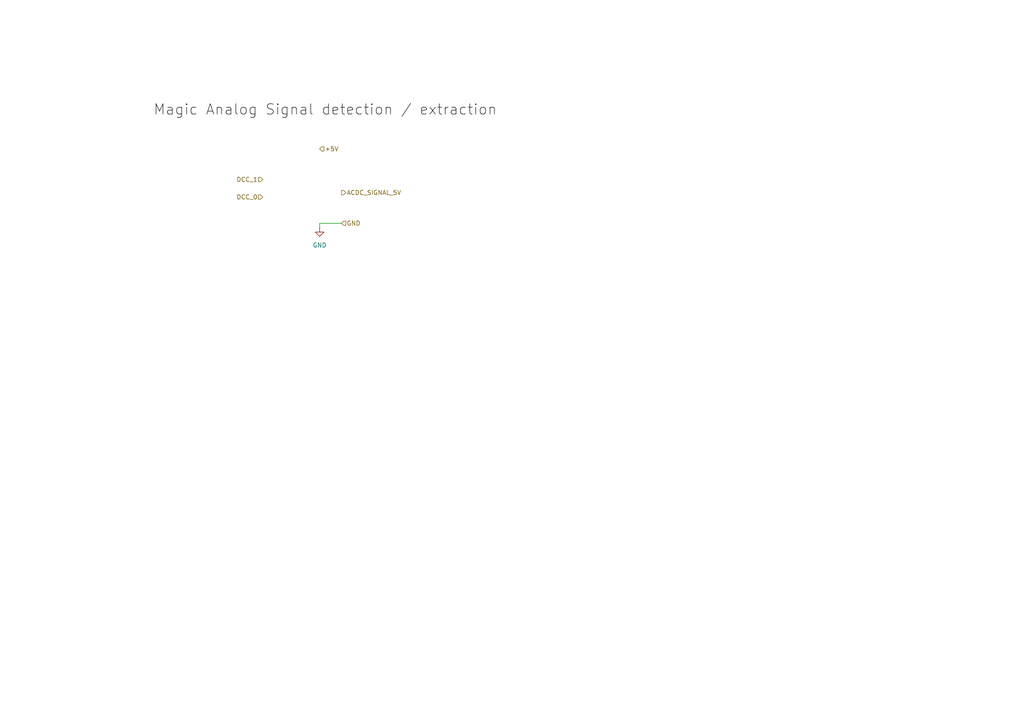
<source format=kicad_sch>
(kicad_sch (version 20231120) (generator "eeschema") (generator_version "7.99")
  (paper "A4")
  (lib_symbols
    (symbol "power:GND" (power) (pin_names (offset 0))
      (property "Value" "GND" (at 0 -3.81 0))
      (symbol "GND_0_1"
        (polyline (pts (xy 0 0) (xy 0 -1.27) (xy 1.27 -1.27) (xy 0 -2.54) (xy -1.27 -1.27) (xy 0 -1.27)))
      )
      (symbol "GND_1_1"
        (pin power_in line (at 0 0 270) (length 0) hide (name "GND") (number "1"))
      )
    )
  )
  (wire (pts (xy 99.06 64.77) (xy 92.71 64.77)))
  (wire (pts (xy 92.71 64.77) (xy 92.71 66.04)))
  (label "Magic Analog Signal detection {slash} extraction" (at 44.45 34.29 0) (effects (font (size 3 3))))
  (hierarchical_label "+5V" (shape input) (at 92.71 43.18 0))
  (hierarchical_label "DCC_0" (shape input) (at 76.2 57.15 180))
  (hierarchical_label "DCC_1" (shape input) (at 76.2 52.07 180))
  (hierarchical_label "GND" (shape input) (at 99.06 64.77 0))
  (hierarchical_label "ACDC_SIGNAL_5V" (shape output) (at 99.06 55.88 0))
  (symbol (lib_id "power:GND") (at 92.71 66.04 0) (unit 1)
    (property "Reference" "#PWR028" (effects (hide yes)))
    (property "Value" "GND" (at 92.71 71.12 0))
    (property "Description" "Power symbol creates a global label with name \"GND\" , ground" (effects (hide yes)))
  )
)
</source>
